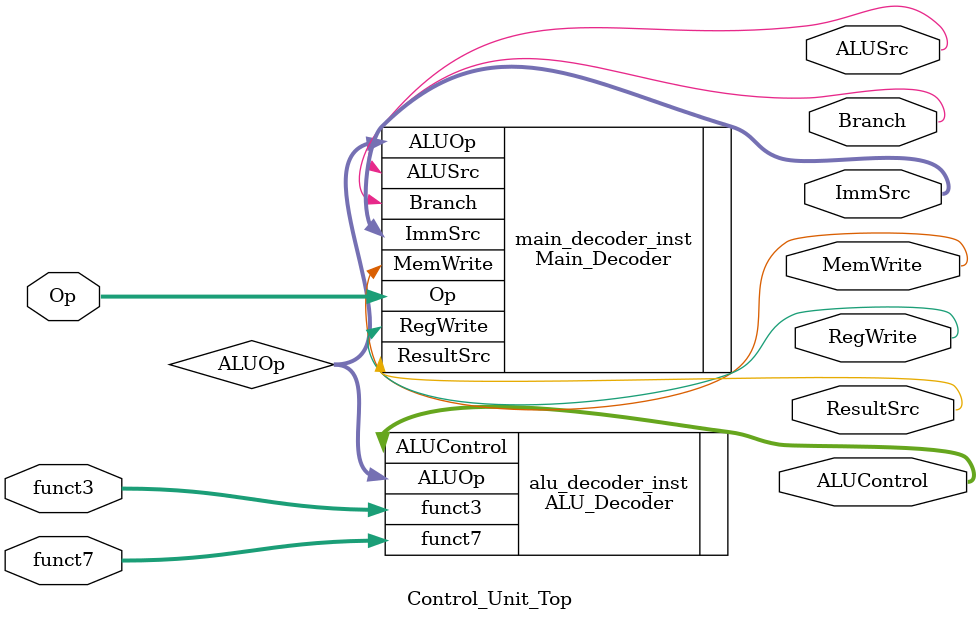
<source format=v>
module Control_Unit_Top(
    input [6:0] Op, funct7,
    input [2:0] funct3,
    output RegWrite, ALUSrc, MemWrite, ResultSrc, Branch,
    output [1:0] ImmSrc,
    output [2:0] ALUControl
);

    wire [1:0] ALUOp;

    Main_Decoder main_decoder_inst (
        .Op(Op),
        .RegWrite(RegWrite),
        .ImmSrc(ImmSrc),
        .MemWrite(MemWrite),
        .ResultSrc(ResultSrc),
        .Branch(Branch),
        .ALUSrc(ALUSrc),
        .ALUOp(ALUOp)
    );

    
    ALU_Decoder alu_decoder_inst (
        .ALUOp(ALUOp),
        .funct3(funct3),
        .funct7(funct7), 
        .ALUControl(ALUControl)
    );

endmodule
</source>
